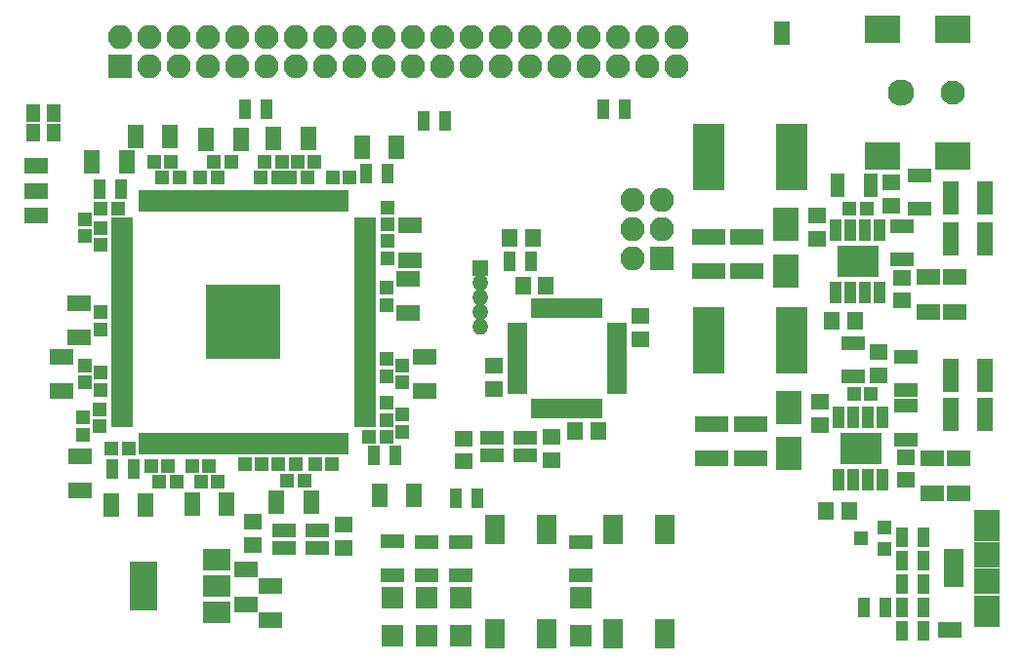
<source format=gts>
G04 #@! TF.FileFunction,Soldermask,Top*
%FSLAX46Y46*%
G04 Gerber Fmt 4.6, Leading zero omitted, Abs format (unit mm)*
G04 Created by KiCad (PCBNEW 4.0.7-e2-6376~58~ubuntu17.04.1) date Thu May 31 18:31:02 2018*
%MOMM*%
%LPD*%
G01*
G04 APERTURE LIST*
%ADD10C,0.100000*%
%ADD11R,3.100000X2.400000*%
%ADD12C,2.100000*%
%ADD13C,2.300000*%
%ADD14R,1.850000X0.650000*%
%ADD15R,0.650000X1.850000*%
%ADD16R,6.400000X6.400000*%
%ADD17R,2.200000X2.900000*%
%ADD18R,1.100000X1.700000*%
%ADD19R,2.100000X2.100000*%
%ADD20O,2.100000X2.100000*%
%ADD21R,2.000000X1.400000*%
%ADD22R,1.400000X1.650000*%
%ADD23R,1.650000X1.400000*%
%ADD24R,1.200000X1.150000*%
%ADD25R,2.900000X1.400000*%
%ADD26R,2.813000X5.734000*%
%ADD27R,2.100000X1.300000*%
%ADD28R,1.000000X1.950000*%
%ADD29R,3.600000X2.800000*%
%ADD30R,1.300000X2.100000*%
%ADD31R,2.400000X4.200000*%
%ADD32R,2.400000X1.900000*%
%ADD33R,1.150000X1.200000*%
%ADD34R,1.400000X1.100000*%
%ADD35R,1.400000X2.000000*%
%ADD36R,1.100000X1.400000*%
%ADD37R,1.400000X1.400000*%
%ADD38O,1.400000X1.400000*%
%ADD39R,1.300000X1.200000*%
%ADD40R,1.800000X2.500000*%
%ADD41R,0.650000X1.700000*%
%ADD42R,1.700000X0.650000*%
%ADD43R,2.300000X2.700000*%
%ADD44R,2.300000X2.200000*%
%ADD45R,1.800000X0.800000*%
%ADD46R,1.900000X1.900000*%
%ADD47R,2.150000X1.300000*%
%ADD48R,1.400000X2.900000*%
%ADD49R,1.200000X0.900000*%
%ADD50R,1.200000X0.800000*%
G04 APERTURE END LIST*
D10*
D11*
X182650000Y-80515000D03*
X182650000Y-69515000D03*
X176550000Y-69515000D03*
X176550000Y-80515000D03*
D12*
X182650000Y-75015000D03*
D13*
X178150000Y-75015000D03*
D14*
X110543100Y-86217600D03*
X110543100Y-86717600D03*
X110543100Y-87217600D03*
X110543100Y-87717600D03*
X110543100Y-88217600D03*
X110543100Y-88717600D03*
X110543100Y-89217600D03*
X110543100Y-89717600D03*
X110543100Y-90217600D03*
X110543100Y-90717600D03*
X110543100Y-91217600D03*
X110543100Y-91717600D03*
X110543100Y-92217600D03*
X110543100Y-92717600D03*
X110543100Y-93217600D03*
X110543100Y-93717600D03*
X110543100Y-94217600D03*
X110543100Y-94717600D03*
X110543100Y-95217600D03*
X110543100Y-95717600D03*
X110543100Y-96217600D03*
X110543100Y-96717600D03*
X110543100Y-97217600D03*
X110543100Y-97717600D03*
X110543100Y-98217600D03*
X110543100Y-98717600D03*
X110543100Y-99217600D03*
X110543100Y-99717600D03*
X110543100Y-100217600D03*
X110543100Y-100717600D03*
X110543100Y-101217600D03*
X110543100Y-101717600D03*
X110543100Y-102217600D03*
X110543100Y-102717600D03*
X110543100Y-103217600D03*
X110543100Y-103717600D03*
D15*
X112343100Y-105517600D03*
X112843100Y-105517600D03*
X113343100Y-105517600D03*
X113843100Y-105517600D03*
X114343100Y-105517600D03*
X114843100Y-105517600D03*
X115343100Y-105517600D03*
X115843100Y-105517600D03*
X116343100Y-105517600D03*
X116843100Y-105517600D03*
X117343100Y-105517600D03*
X117843100Y-105517600D03*
X118343100Y-105517600D03*
X118843100Y-105517600D03*
X119343100Y-105517600D03*
X119843100Y-105517600D03*
X120343100Y-105517600D03*
X120843100Y-105517600D03*
X121343100Y-105517600D03*
X121843100Y-105517600D03*
X122343100Y-105517600D03*
X122843100Y-105517600D03*
X123343100Y-105517600D03*
X123843100Y-105517600D03*
X124343100Y-105517600D03*
X124843100Y-105517600D03*
X125343100Y-105517600D03*
X125843100Y-105517600D03*
X126343100Y-105517600D03*
X126843100Y-105517600D03*
X127343100Y-105517600D03*
X127843100Y-105517600D03*
X128343100Y-105517600D03*
X128843100Y-105517600D03*
X129343100Y-105517600D03*
X129843100Y-105517600D03*
D14*
X131643100Y-103717600D03*
X131643100Y-103217600D03*
X131643100Y-102717600D03*
X131643100Y-102217600D03*
X131643100Y-101717600D03*
X131643100Y-101217600D03*
X131643100Y-100717600D03*
X131643100Y-100217600D03*
X131643100Y-99717600D03*
X131643100Y-99217600D03*
X131643100Y-98717600D03*
X131643100Y-98217600D03*
X131643100Y-97717600D03*
X131643100Y-97217600D03*
X131643100Y-96717600D03*
X131643100Y-96217600D03*
X131643100Y-95717600D03*
X131643100Y-95217600D03*
X131643100Y-94717600D03*
X131643100Y-94217600D03*
X131643100Y-93717600D03*
X131643100Y-93217600D03*
X131643100Y-92717600D03*
X131643100Y-92217600D03*
X131643100Y-91717600D03*
X131643100Y-91217600D03*
X131643100Y-90717600D03*
X131643100Y-90217600D03*
X131643100Y-89717600D03*
X131643100Y-89217600D03*
X131643100Y-88717600D03*
X131643100Y-88217600D03*
X131643100Y-87717600D03*
X131643100Y-87217600D03*
X131643100Y-86717600D03*
X131643100Y-86217600D03*
D15*
X129843100Y-84417600D03*
X129343100Y-84417600D03*
X128843100Y-84417600D03*
X128343100Y-84417600D03*
X127843100Y-84417600D03*
X127343100Y-84417600D03*
X126843100Y-84417600D03*
X126343100Y-84417600D03*
X125843100Y-84417600D03*
X125343100Y-84417600D03*
X124843100Y-84417600D03*
X124343100Y-84417600D03*
X123843100Y-84417600D03*
X123343100Y-84417600D03*
X122843100Y-84417600D03*
X122343100Y-84417600D03*
X121843100Y-84417600D03*
X121343100Y-84417600D03*
X120843100Y-84417600D03*
X120343100Y-84417600D03*
X119843100Y-84417600D03*
X119343100Y-84417600D03*
X118843100Y-84417600D03*
X118343100Y-84417600D03*
X117843100Y-84417600D03*
X117343100Y-84417600D03*
X116843100Y-84417600D03*
X116343100Y-84417600D03*
X115843100Y-84417600D03*
X115343100Y-84417600D03*
X114843100Y-84417600D03*
X114343100Y-84417600D03*
X113843100Y-84417600D03*
X113343100Y-84417600D03*
X112843100Y-84417600D03*
X112343100Y-84417600D03*
D16*
X121093100Y-94967600D03*
D17*
X168172000Y-86484000D03*
X168172000Y-90484000D03*
D18*
X121187000Y-76451000D03*
X123087000Y-76451000D03*
X136681000Y-77467000D03*
X138581000Y-77467000D03*
D19*
X110387000Y-72768000D03*
D20*
X110387000Y-70228000D03*
X112927000Y-72768000D03*
X112927000Y-70228000D03*
X115467000Y-72768000D03*
X115467000Y-70228000D03*
X118007000Y-72768000D03*
X118007000Y-70228000D03*
X120547000Y-72768000D03*
X120547000Y-70228000D03*
X123087000Y-72768000D03*
X123087000Y-70228000D03*
X125627000Y-72768000D03*
X125627000Y-70228000D03*
X128167000Y-72768000D03*
X128167000Y-70228000D03*
X130707000Y-72768000D03*
X130707000Y-70228000D03*
X133247000Y-72768000D03*
X133247000Y-70228000D03*
X135787000Y-72768000D03*
X135787000Y-70228000D03*
X138327000Y-72768000D03*
X138327000Y-70228000D03*
X140867000Y-72768000D03*
X140867000Y-70228000D03*
X143407000Y-72768000D03*
X143407000Y-70228000D03*
X145947000Y-72768000D03*
X145947000Y-70228000D03*
X148487000Y-72768000D03*
X148487000Y-70228000D03*
X151027000Y-72768000D03*
X151027000Y-70228000D03*
X153567000Y-72768000D03*
X153567000Y-70228000D03*
X156107000Y-72768000D03*
X156107000Y-70228000D03*
X158647000Y-72768000D03*
X158647000Y-70228000D03*
D21*
X183158000Y-109804000D03*
X183158000Y-106804000D03*
X180872000Y-109804000D03*
X180872000Y-106804000D03*
D22*
X173633000Y-111376000D03*
X171633000Y-111376000D03*
D23*
X178586000Y-108677000D03*
X178586000Y-106677000D03*
X171093000Y-101883000D03*
X171093000Y-103883000D03*
X176173000Y-99565000D03*
X176173000Y-97565000D03*
D24*
X174038000Y-101216000D03*
X175538000Y-101216000D03*
D25*
X161695000Y-103780000D03*
X161695000Y-106780000D03*
X165124000Y-103804000D03*
X165124000Y-106804000D03*
D17*
X168426000Y-102359000D03*
X168426000Y-106359000D03*
D26*
X168680000Y-96517000D03*
X161454000Y-96517000D03*
D27*
X174014000Y-96792000D03*
X174014000Y-99692000D03*
X178586000Y-97935000D03*
X178586000Y-100835000D03*
X178586000Y-102232000D03*
X178586000Y-105132000D03*
D28*
X172744000Y-108615000D03*
X174014000Y-108615000D03*
X175284000Y-108615000D03*
X176554000Y-108615000D03*
X176554000Y-103215000D03*
X175284000Y-103215000D03*
X174014000Y-103215000D03*
X172744000Y-103215000D03*
D29*
X174649000Y-105915000D03*
D21*
X182777000Y-94056000D03*
X182777000Y-91056000D03*
X180491000Y-94056000D03*
X180491000Y-91056000D03*
D22*
X174109000Y-94866000D03*
X172109000Y-94866000D03*
D23*
X178205000Y-93088000D03*
X178205000Y-91088000D03*
X170839000Y-85722000D03*
X170839000Y-87722000D03*
X177316000Y-84833000D03*
X177316000Y-82833000D03*
D24*
X173633000Y-85087000D03*
X175133000Y-85087000D03*
D25*
X161441000Y-87548000D03*
X161441000Y-90548000D03*
X164743000Y-87548000D03*
X164743000Y-90548000D03*
D26*
X168680000Y-80642000D03*
X161454000Y-80642000D03*
D30*
X175517000Y-83055000D03*
X172617000Y-83055000D03*
D27*
X179729000Y-82187000D03*
X179729000Y-85087000D03*
X178205000Y-86632000D03*
X178205000Y-89532000D03*
D28*
X172490000Y-92359000D03*
X173760000Y-92359000D03*
X175030000Y-92359000D03*
X176300000Y-92359000D03*
X176300000Y-86959000D03*
X175030000Y-86959000D03*
X173760000Y-86959000D03*
X172490000Y-86959000D03*
D29*
X174395000Y-89659000D03*
D21*
X123468000Y-117853000D03*
X123468000Y-120853000D03*
D31*
X112444000Y-117853000D03*
D32*
X118744000Y-117853000D03*
X118744000Y-115553000D03*
X118744000Y-120153000D03*
D24*
X113332000Y-81023000D03*
X114832000Y-81023000D03*
X126365000Y-108709000D03*
X124865000Y-108709000D03*
D33*
X133628000Y-87905000D03*
X133628000Y-89405000D03*
X108736000Y-86762000D03*
X108736000Y-88262000D03*
D24*
X118537952Y-81023000D03*
X120037952Y-81023000D03*
X122706000Y-107312000D03*
X121206000Y-107312000D03*
D33*
X133501000Y-99668000D03*
X133501000Y-98168000D03*
D24*
X114070000Y-82420000D03*
X115570000Y-82420000D03*
X124460000Y-81023000D03*
X122960000Y-81023000D03*
X118896000Y-108836000D03*
X117396000Y-108836000D03*
D33*
X133501000Y-103478000D03*
X133501000Y-101978000D03*
D24*
X118872000Y-82420000D03*
X117372000Y-82420000D03*
X127278000Y-81023000D03*
X125778000Y-81023000D03*
X115316000Y-108836000D03*
X113816000Y-108836000D03*
X125603000Y-107312000D03*
X124103000Y-107312000D03*
X124103000Y-82420000D03*
X122603000Y-82420000D03*
D33*
X133501000Y-91969000D03*
X133501000Y-93469000D03*
X107339000Y-100200000D03*
X107339000Y-98700000D03*
D24*
X118134000Y-107439000D03*
X116634000Y-107439000D03*
X125119000Y-82420000D03*
X126619000Y-82420000D03*
D33*
X134898000Y-98700000D03*
X134898000Y-100200000D03*
X108736000Y-95604000D03*
X108736000Y-94104000D03*
D24*
X114578000Y-107439000D03*
X113078000Y-107439000D03*
X128814000Y-82420000D03*
X130314000Y-82420000D03*
D33*
X108609000Y-104010000D03*
X108609000Y-102510000D03*
D24*
X109649000Y-105915000D03*
X111149000Y-105915000D03*
D34*
X167791000Y-69339000D03*
X167791000Y-70355000D03*
D33*
X108736000Y-99335000D03*
X108736000Y-100835000D03*
X107339000Y-86000000D03*
X107339000Y-87500000D03*
D24*
X127302000Y-107312000D03*
X128802000Y-107312000D03*
D33*
X133628000Y-84984000D03*
X133628000Y-86484000D03*
D24*
X133477000Y-104899000D03*
X131977000Y-104899000D03*
D33*
X134898000Y-104494000D03*
X134898000Y-102994000D03*
D24*
X108736000Y-85087000D03*
X110236000Y-85087000D03*
D33*
X107212000Y-104748000D03*
X107212000Y-103248000D03*
D21*
X136803000Y-100938000D03*
X136803000Y-97938000D03*
X105307000Y-97938000D03*
X105307000Y-100938000D03*
D35*
X116634000Y-110741000D03*
X119634000Y-110741000D03*
D21*
X135406000Y-94207000D03*
X135406000Y-91207000D03*
D35*
X126693000Y-78991000D03*
X123693000Y-78991000D03*
X123947000Y-110614000D03*
X126947000Y-110614000D03*
D21*
X106831000Y-93313000D03*
X106831000Y-96313000D03*
D35*
X120851000Y-79118000D03*
X117851000Y-79118000D03*
D21*
X106958000Y-106574000D03*
X106958000Y-109574000D03*
X135533000Y-89582000D03*
X135533000Y-86582000D03*
D35*
X107945000Y-81023000D03*
X110945000Y-81023000D03*
X131390000Y-79753000D03*
X134390000Y-79753000D03*
X114705000Y-78864000D03*
X111705000Y-78864000D03*
X132914000Y-109979000D03*
X135914000Y-109979000D03*
X112625000Y-110868000D03*
X109625000Y-110868000D03*
D22*
X144169000Y-87627000D03*
X146169000Y-87627000D03*
X151884000Y-104391000D03*
X149884000Y-104391000D03*
D23*
X142810858Y-100777660D03*
X142810858Y-98777660D03*
D22*
X145344000Y-91760660D03*
X147344000Y-91760660D03*
D23*
X155510858Y-94459660D03*
X155510858Y-96459660D03*
D36*
X182904000Y-121663000D03*
X181888000Y-121663000D03*
D37*
X141629000Y-90294000D03*
D38*
X141629000Y-91564000D03*
X141629000Y-92834000D03*
X141629000Y-94104000D03*
X141629000Y-95374000D03*
D39*
X176681000Y-114678000D03*
X176681000Y-112778000D03*
X174681000Y-113728000D03*
D18*
X180105000Y-113662000D03*
X178205000Y-113662000D03*
X178210000Y-117726000D03*
X180110000Y-117726000D03*
X178210000Y-115694000D03*
X180110000Y-115694000D03*
X180105000Y-119758000D03*
X178205000Y-119758000D03*
X178210000Y-121790000D03*
X180110000Y-121790000D03*
X174908000Y-119758000D03*
X176808000Y-119758000D03*
X146069000Y-89659000D03*
X144169000Y-89659000D03*
D40*
X153145000Y-112922000D03*
X157595000Y-112922000D03*
X157595000Y-122022000D03*
X153145000Y-122022000D03*
D41*
X146410858Y-102460660D03*
X146910858Y-102460660D03*
X147410858Y-102460660D03*
X147910858Y-102460660D03*
X148410858Y-102460660D03*
X148910858Y-102460660D03*
X149410858Y-102460660D03*
X149910858Y-102460660D03*
X150410858Y-102460660D03*
X150910858Y-102460660D03*
X151410858Y-102460660D03*
X151910858Y-102460660D03*
D42*
X153510858Y-100860660D03*
X153510858Y-100360660D03*
X153510858Y-99860660D03*
X153510858Y-99360660D03*
X153510858Y-98860660D03*
X153510858Y-98360660D03*
X153510858Y-97860660D03*
X153510858Y-97360660D03*
X153510858Y-96860660D03*
X153510858Y-96360660D03*
X153510858Y-95860660D03*
X153510858Y-95360660D03*
D41*
X151910858Y-93760660D03*
X151410858Y-93760660D03*
X150910858Y-93760660D03*
X150410858Y-93760660D03*
X149910858Y-93760660D03*
X149410858Y-93760660D03*
X148910858Y-93760660D03*
X148410858Y-93760660D03*
X147910858Y-93760660D03*
X147410858Y-93760660D03*
X146910858Y-93760660D03*
X146410858Y-93760660D03*
D42*
X144810858Y-95360660D03*
X144810858Y-95860660D03*
X144810858Y-96360660D03*
X144810858Y-96860660D03*
X144810858Y-97360660D03*
X144810858Y-97860660D03*
X144810858Y-98360660D03*
X144810858Y-98860660D03*
X144810858Y-99360660D03*
X144810858Y-99860660D03*
X144810858Y-100360660D03*
X144810858Y-100860660D03*
D43*
X185571000Y-120086000D03*
X185571000Y-112586000D03*
D44*
X185571000Y-117486000D03*
X185571000Y-115186000D03*
D45*
X182721000Y-116336000D03*
X182721000Y-115686000D03*
X182721000Y-116986000D03*
X182721000Y-117636000D03*
X182721000Y-115036000D03*
D21*
X121309000Y-119464000D03*
X121309000Y-116464000D03*
D18*
X152302000Y-76451000D03*
X154202000Y-76451000D03*
D46*
X134000000Y-118850000D03*
X134000000Y-122150000D03*
X136952000Y-118850000D03*
X136952000Y-122150000D03*
X139952000Y-118850000D03*
X139952000Y-122150000D03*
X150335000Y-118850000D03*
X150335000Y-122150000D03*
D27*
X134000000Y-114000000D03*
X134000000Y-116900000D03*
X136952000Y-114050000D03*
X136952000Y-116950000D03*
X139952000Y-114050000D03*
X139952000Y-116950000D03*
X150335000Y-114050000D03*
X150335000Y-116950000D03*
D23*
X129818000Y-114551000D03*
X129818000Y-112551000D03*
X121944000Y-112281000D03*
X121944000Y-114281000D03*
X147852000Y-104931000D03*
X147852000Y-106931000D03*
D47*
X127511000Y-113027000D03*
X124611000Y-113027000D03*
X124611000Y-114577000D03*
X127511000Y-114577000D03*
X142666000Y-106550000D03*
X145566000Y-106550000D03*
X145566000Y-105000000D03*
X142666000Y-105000000D03*
D23*
X140232000Y-105058000D03*
X140232000Y-107058000D03*
D18*
X139475000Y-110233000D03*
X141375000Y-110233000D03*
D40*
X147385000Y-122022000D03*
X142935000Y-122022000D03*
X142935000Y-112922000D03*
X147385000Y-112922000D03*
D48*
X185444000Y-87754000D03*
X182444000Y-87754000D03*
X185444000Y-84198000D03*
X182444000Y-84198000D03*
X185420000Y-99565000D03*
X182420000Y-99565000D03*
X185444000Y-102994000D03*
X182444000Y-102994000D03*
D18*
X111591000Y-107693000D03*
X109691000Y-107693000D03*
X131723000Y-82039000D03*
X133623000Y-82039000D03*
X110514000Y-83436000D03*
X108614000Y-83436000D03*
X132363000Y-106550000D03*
X134263000Y-106550000D03*
D36*
X102640000Y-81404000D03*
X103656000Y-81404000D03*
X102640000Y-83563000D03*
X103656000Y-83563000D03*
X102640000Y-85722000D03*
X103656000Y-85722000D03*
D19*
X157377000Y-89405000D03*
D20*
X154837000Y-89405000D03*
X157377000Y-86865000D03*
X154837000Y-86865000D03*
X157377000Y-84325000D03*
X154837000Y-84325000D03*
D49*
X102872000Y-76464000D03*
D50*
X102872000Y-78064000D03*
X102872000Y-77264000D03*
D49*
X102872000Y-78864000D03*
D50*
X104672000Y-77264000D03*
D49*
X104672000Y-76464000D03*
D50*
X104672000Y-78064000D03*
D49*
X104672000Y-78864000D03*
M02*

</source>
